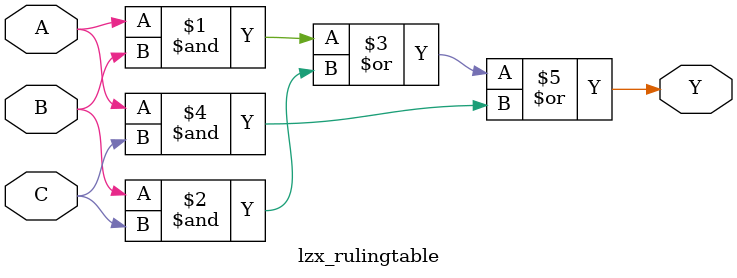
<source format=v>
module lzx_rulingtable (A, B, C ,Y);

    input A, B, C;
    output Y;

    assign Y = (A & B) | (B & C) | (A & C);

endmodule
</source>
